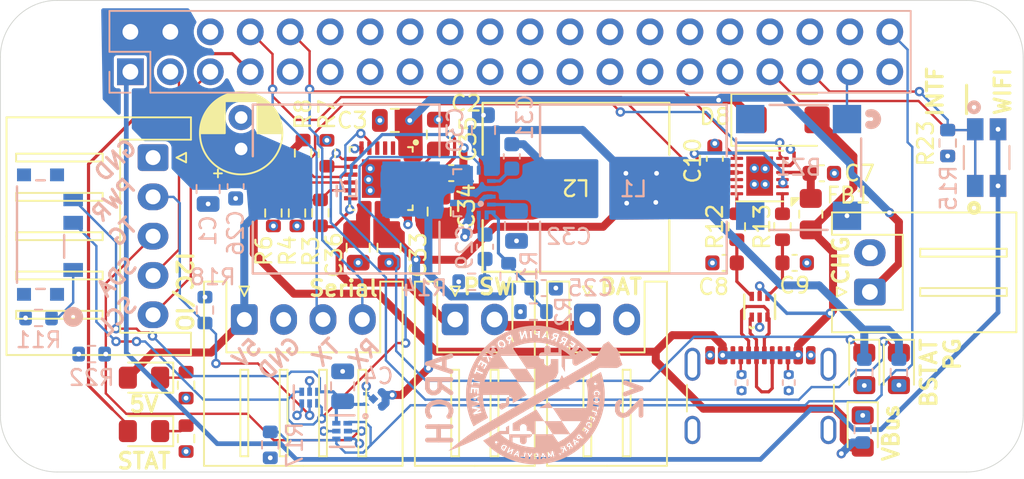
<source format=kicad_pcb>
(kicad_pcb (version 20241229) (generator "pcbnew") (generator_version "9.0")
  (layers (0 "F.Cu" signal) (4 "In1.Cu" signal) (6 "In2.Cu" signal) (2 "B.Cu" signal) (13 "F.Paste" user) (15 "B.Paste" user) (5 "F.SilkS" user "F.Silkscreen") (7 "B.SilkS" user "B.Silkscreen") (1 "F.Mask" user) (3 "B.Mask" user) (25 "Edge.Cuts" user))
  (net 0 "")
  (net 1 "Net-(BAT_PG1-A)")
  (net 2 "GND")
  (net 3 "BAT_PG1")
  (net 4 "+5V")
  (net 5 "Net-(BSTAT1-A)")
  (net 6 "Net-(BZ1-+)")
  (net 7 "Net-(U8-PMID)")
  (net 8 "VBUS")
  (net 9 "Net-(U4-VCC)")
  (net 10 "D+")
  (net 11 "D-")
  (net 12 "Net-(U4-3V3OUT)")
  (net 13 "VBAT")
  (net 14 "Net-(D8-K)")
  (net 15 "SDA1")
  (net 16 "Net-(SW1-A)")
  (net 17 "Net-(PS1-FB)")
  (net 18 "SCL1")
  (net 19 "Net-(C29-Pad2)")
  (net 20 "Net-(PS1-COMP)")
  (net 21 "VSYS")
  (net 22 "Net-(PS1-SW)")
  (net 23 "Net-(PS1-BST)")
  (net 24 "Net-(PS1-VCC)")
  (net 30 "BTST")
  (net 32 "Net-(U8-SW)")
  (net 37 "REGN")
  (net 41 "RXD")
  (net 43 "TXD")
  (net 46 "Net-(J2-3.3V-Pad1)")
  (net 50 "Net-(J2-GPIO19)")
  (net 51 "Net-(J2-GPIO13)")
  (net 52 "Net-(PS1-VOUT)")
  (net 53 "Net-(J10-CC2)")
  (net 54 "Net-(J10-CC1)")
  (net 55 "Net-(U8-TS)")
  (net 58 "Net-(U8-ICHG)")
  (net 59 "Net-(U8-ILIM)")
  (net 62 "Net-(U4-USBDP)")
  (net 63 "Net-(U4-USBDM)")
  (net 65 "PWR_EN")
  (net 66 "BSTAT1")
  (net 69 "Net-(VBus1-K)")
  (net 70 "PWR")
  (net 71 "IN_TG")
  (net 72 "EN")
  (net 73 "TG")
  (net 74 "Net-(STAT1-K)")
  (net 75 "STAT1")
  (net 76 "Net-(5V0-K)")
  (net 77 "Net-(J4-Pin_2)")
  (net 79 "Net-(J10-D+-PadA6)")
  (net 80 "Net-(J10-D--PadA7)")
  (net 81 "Net-(SW1-C)")
  (footprint "Capacitor_SMD:C_0603_1608Metric" (layer "F.Cu") (at 173.575 59.9 180)
    (property "Reference" "C9")
    (property "Value" "47pF" (hide yes))
  )
  (footprint "Resistor_SMD:R_0603_1608Metric" (layer "F.Cu") (at 172.8 57.6 -90)
    (property "Reference" "R13")
    (property "Value" "27" (hide yes))
  )
  (footprint "Connector_JST:JST_XH_S2B-XH-A_1x02_P2.50mm_Horizontal" (layer "F.Cu") (at 160.4 63.5)
    (property "Reference" "J7" (hide yes))
    (property "Value" "Conn_01x02" (hide yes))
  )
  (footprint "MountingHole:MountingHole_3.2mm_M3" (layer "F.Cu") (at 126.7 69.6)
    (property "Reference" "H2" (hide yes))
    (property "Value" "MountingHole" (hide yes))
  )
  (footprint "Resistor_SMD:R_0603_1608Metric" (layer "F.Cu") (at 143.85 52.925 -90)
    (property "Reference" "R7")
    (property "Value" "160" (hide yes))
  )
  (footprint "Avionics:BQ25606RGER" (layer "F.Cu") (at 147.3 54.535 -90)
    (property "Reference" "U8" (hide yes))
    (property "Value" "BQ25606RGER" (hide yes))
  )
  (footprint "Capacitor_SMD:C_0805_2012Metric" (layer "F.Cu") (at 147.8 58.935 90)
    (property "Reference" "C33")
    (property "Value" "10uF" (hide yes))
  )
  (footprint "MountingHole:MountingHole_3.2mm_M3" (layer "F.Cu") (at 184.5 69.6)
    (property "Reference" "H3" (hide yes))
    (property "Value" "MountingHole" (hide yes))
  )
  (footprint "Connector_USB:USB_C_Receptacle_GCT_USB4105-xx-A_16P_TopMnt_Horizontal" (layer "F.Cu") (at 171.4 69.455)
    (property "Reference" "J10" (hide yes))
    (property "Value" "USB_C_Receptacle_USB2.0_16P" (hide yes))
  )
  (footprint "Resistor_SMD:R_0603_1608Metric" (layer "F.Cu") (at 142.335 52.91 -90)
    (property "Reference" "R8")
    (property "Value" "2k" (hide yes))
  )
  (footprint "Capacitor_SMD:C_0805_2012Metric" (layer "F.Cu") (at 148.165 50.835 180)
    (property "Reference" "C3")
    (property "Value" "1uF" (hide yes))
  )
  (footprint "Avionics:SW_EVQ-P7J01P" (layer "F.Cu") (at 185.775 53.2 90)
    (property "Reference" "INTF")
    (property "Value" "SW_Push" (hide yes))
  )
  (footprint "Resistor_SMD:R_0603_1608Metric" (layer "F.Cu") (at 183.3 52.275 -90)
    (property "Reference" "R23")
    (property "Value" "2k" (hide yes))
  )
  (footprint "LED_SMD:LED_0805_2012Metric_Pad1.15x1.40mm_HandSolder" (layer "F.Cu") (at 132.225 70.6 180)
    (property "Reference" "STAT")
    (property "Value" "LED" (hide yes))
  )
  (footprint "Connector_JST:JST_XH_S2B-XH-A_1x02_P2.50mm_Horizontal" (layer "F.Cu") (at 152 63.5)
    (property "Reference" "J4" (hide yes))
    (property "Value" "Conn_01x02" (hide yes))
  )
  (footprint "Avionics:FT234XD" (layer "F.Cu") (at 171.35 54.375 180)
    (property "Reference" "U4" (hide yes))
    (property "Value" "FT234XD" (hide yes))
  )
  (footprint "Capacitor_SMD:C_0603_1608Metric" (layer "F.Cu") (at 168.5 53.275 -90)
    (property "Reference" "C10")
    (property "Value" "100nF" (hide yes))
  )
  (footprint "Capacitor_SMD:C_0603_1608Metric" (layer "F.Cu") (at 169.125 59.9)
    (property "Reference" "C8")
    (property "Value" "47pF" (hide yes))
  )
  (footprint "LED_SMD:LED_0805_2012Metric_Pad1.15x1.40mm_HandSolder" (layer "F.Cu") (at 132.225 67.2 180)
    (property "Reference" "5V")
    (property "Value" "LED" (hide yes))
  )
  (footprint "Avionics:Schottky_3A_DO-214AC_SMA" (layer "F.Cu") (at 171 50.8)
    (property "Reference" "D8")
    (property "Value" "D_Schottky" (hide yes))
  )
  (footprint "Connector_JST:JST_XH_S2B-XH-A_1x02_P2.50mm_Horizontal" (layer "F.Cu") (at 178.355 61.75 90)
    (property "Reference" "J3" (hide yes))
    (property "Value" "Conn_01x02" (hide yes))
  )
  (footprint "Capacitor_SMD:C_0603_1608Metric" (layer "F.Cu") (at 151.75 54.185)
    (property "Reference" "C35")
    (property "Value" "4.7uF" (hide yes))
  )
  (footprint "Connector_JST:JST_XH_S5B-XH-A_1x05_P2.50mm_Horizontal" (layer "F.Cu") (at 132.8 53.2 -90)
    (property "Reference" "J1" (hide yes))
    (property "Value" "Conn_01x05_Pin" (hide yes))
  )
  (footprint "Resistor_SMD:R_0603_1608Metric" (layer "F.Cu") (at 169.9 57.6 -90)
    (property "Reference" "R12")
    (property "Value" "27" (hide yes))
  )
  (footprint "Avionics:USBLC6-2P6" (layer "F.Cu") (at 171.350001 62.6896 90)
    (property "Reference" "U5" (hide yes))
    (property "Value" "USBLC6-2P6" (hide yes))
  )
  (footprint "Resistor_SMD:R_0603_1608Metric" (layer "F.Cu") (at 134.9 71.075 -90)
    (property "Reference" "R21" (hide yes))
    (property "Value" "2k" (hide yes))
  )
  (footprint "Capacitor_SMD:C_0603_1608Metric" (layer "F.Cu") (at 175.3 54.2 180)
    (property "Reference" "C7")
    (property "Value" "4.7uF" (hide yes))
  )
  (footprint "Capacitor_SMD:C_0805_2012Metric" (layer "F.Cu") (at 145.835 58.935 90)
    (property "Reference" "C36")
    (property "Value" "10uF" (hide yes))
  )
  (footprint "MountingHole:MountingHole_3.2mm_M3" (layer "F.Cu") (at 126.7 46.7)
    (property "Reference" "H1" (hide yes))
    (property "Value" "MountingHole" (hide yes))
  )
  (footprint "Avionics:IND_AMRM00101040_PUL" (layer "F.Cu") (at 159.6775 55.1 180)
    (property "Reference" "L2")
    (property "Value" "1uH")
  )
  (footprint "Capacitor_SMD:C_0805_2012Metric" (layer "F.Cu") (at 150.935 51.735 -90)
    (property "Reference" "C2")
    (property "Value" "10uF" (hide yes))
  )
  (footprint "Resistor_SMD:R_0603_1608Metric" (layer "F.Cu") (at 143.435 56.715 90)
    (property "Reference" "R3")
    (property "Value" "100k" (hide yes))
  )
  (footprint "Resistor_SMD:R_0603_1608Metric" (layer "F.Cu") (at 134.9 67.675 -90)
    (property "Reference" "R16" (hide yes))
    (property "Value" "2k" (hide yes))
  )
  (footprint "MountingHole:MountingHole_3.2mm_M3" (layer "F.Cu") (at 184.5 46.7)
    (property "Reference" "H4" (hide yes))
    (property "Value" "MountingHole" (hide yes))
  )
  (footprint "Connector_JST:JST_XH_S4B-XH-A_1x04_P2.50mm_Horizontal" (layer "F.Cu") (at 138.6 63.5)
    (property "Reference" "J6" (hide yes))
    (property "Value" "Conn_01x04_Pin" (hide yes))
  )
  (footprint "LED_SMD:LED_0805_2012Metric_Pad1.15x1.40mm_HandSolder" (layer "F.Cu") (at 180.2 66.65 -90)
    (property "Reference" "PG")
    (property "Value" "LED" (hide yes))
  )
  (footprint "Resistor_SMD:R_0603_1608Metric" (layer "F.Cu") (at 141.95 56.725 -90)
    (property "Reference" "R4")
    (property "Value" "100k" (hide yes))
  )
  (footprint "LED_SMD:LED_0805_2012Metric_Pad1.15x1.40mm_HandSolder" (layer "F.Cu") (at 177.9 70.625 -90)
    (property "Reference" "VBus")
    (property "Value" "LED" (hide yes))
  )
  (footprint "Resistor_SMD:R_0603_1608Metric" (layer "F.Cu") (at 140.45 56.725 90)
    (property "Reference" "R6")
    (property "Value" "240" (hide yes))
  )
  (footprint "LED_SMD:LED_0805_2012Metric_Pad1.15x1.40mm_HandSolder" (layer "F.Cu") (at 178 66.65 -90)
    (property "Reference" "BSTAT")
    (property "Value" "LED" (hide yes))
  )
  (footprint "Capacitor_SMD:C_0805_2012Metric" (layer "F.Cu") (at 150.985 56.635 -90)
    (property "Reference" "C34")
    (property "Value" "47nF" (hide yes))
  )
  (footprint "Resistor_SMD:R_0805_2012Metric_Pad1.20x1.40mm_HandSolder" (layer "F.Cu") (at 174.6 56.8 -90)
    (property "Reference" "FB1")
    (property "Value" "FerriteBead" (hide yes))
  )
  (footprint "Capacitor_THT:CP_Radial_D5.0mm_P2.00mm" (layer "F.Cu") (at 138.4 52.65 90)
    (property "Reference" "C20" (hide yes))
    (property "Value" "220uF" (hide yes))
  )
  (footprint "Avionics:SN74AUP1G80DRYR" (layer "B.Cu") (at 144.819999 70.600001 180)
    (property "Reference" "U2" (hide yes))
    (property "Value" "74AUP1G80" (hide yes))
  )
  (footprint "Capacitor_SMD:C_0603_1608Metric" (layer "B.Cu") (at 138.05 55.025 -90)
    (property "Reference" "C26")
    (property "Value" "100nF" (hide yes))
  )
  (footprint "Resistor_SMD:R_0402_1005Metric" (layer "B.Cu") (at 170.2 67.515 90)
    (property "Reference" "R9" (hide yes))
    (property "Value" "5.1k" (hide yes))
  )
  (footprint "Avionics:SW_EVQ-P7J01P" (layer "B.Cu") (at 185.775 53.2 -90)
    (property "Reference" "WIFI")
    (property "Value" "SW_Push" (hide yes))
  )
  (footprint "Avionics:SN74AUP1G80DRYR" (layer "B.Cu") (at 142.749999 68.469999 90)
    (property "Reference" "U1" (hide yes))
    (property "Value" "74AUP1G80" (hide yes))
  )
  (footprint "Avionics:TLV77033PDQNR" (layer "B.Cu") (at 146.800001 68.550401)
    (property "Reference" "U3" (hide yes))
    (property "Value" "TLV77033PDQNR" (hide yes))
  )
  (footprint "Capacitor_SMD:C_0805_2012Metric" (layer "B.Cu") (at 155.9 57.55 -90)
    (property "Reference" "C32")
    (property "Value" "2.2uF" (hide yes))
  )
  (footprint "Resistor_SMD:R_0603_1608Metric" (layer "B.Cu") (at 140.25 71.475 -90)
    (property "Reference" "R17")
    (property "Value" "2k" (hide yes))
  )
  (footprint "Resistor_SMD:R_0603_1608Metric" (layer "B.Cu") (at 125.525 63.4 180)
    (property "Reference" "R11")
    (property "Value" "2k" (hide yes))
  )
  (footprint "Avionics:CONV_TPS61288LRQQR" (layer "B.Cu") (at 153.125 55.4375 90)
    (property "Reference" "PS1" (hide yes))
    (property "Value" "TPS61288LRQQR" (hide yes))
  )
  (footprint "Connector_PinSocket_2.54mm:PinSocket_2x20_P2.54mm_Vertical" (layer "B.Cu") (at 131.36 47.74 -90)
    (property "Reference" "J2" (hide yes))
    (property "Value" "~")
  )
  (footprint "Avionics:LP_Buzzer_CMT-7525-80" (layer "B.Cu") (at 173.825 53.825 180)
    (property "Reference" "BZ1")
    (property "Value" "Buzzer")
  )
  (footprint "Resistor_SMD:R_0603_1608Metric" (layer "B.Cu") (at 183.3 52.275 -90)
    (property "Reference" "R15")
    (property "Value" "2k" (hide yes))
  )
  (footprint "Avionics:IND_AMRM00101040_PUL" (layer "B.Cu") (at 145.0725 55.2 180)
    (property "Reference" "L4")
    (property "Value" "2.2uH")
  )
  (footprint "Resistor_SMD:R_0402_1005Metric" (layer "B.Cu") (at 173.2 67.515 90)
    (property "Reference" "R10" (hide yes))
    (property "Value" "5.1k" (hide yes))
  )
  (footprint "Avionics:SLW-66527511-SMT-TR_CUD" (layer "B.Cu") (at 125.653399 58.1 90)
    (property "Reference" "SW1" (hide yes))
    (property "Value" "SW_SPDT")
  )
  (footprint "Resistor_SMD:R_0603_1608Metric" (layer "B.Cu") (at 153.05 61.1 180)
    (property "Reference" "R14")
    (property "Value" "28.7k" (hide yes))
  )
  (footprint "Avionics:LOGO" (layer "B.Cu") (at 156.605512 68.300339 -90)
    (property "Reference" "G***" (hide yes))
    (property "Value" "LOGO" (hide yes))
  )
  (footprint "Capacitor_SMD:C_0603_1608Metric" (layer "B.Cu") (at 157.625 61.5)
    (property "Reference" "C25")
    (property "Value" "27pF" (hide yes))
  )
  (footprint "Resistor_SMD:R_0603_1608Metric" (layer "B.Cu") (at 178 66.875 90)
    (property "Reference" "R20" (hide yes))
    (property "Value" "2k" (hide yes))
  )
  (footprint "Resistor_SMD:R_0603_1608Metric" (layer "B.Cu") (at 128.9 65.7 180)
    (property "Reference" "R22")
    (property "Value" "2k" (hide yes))
  )
  (footprint "Resistor_SMD:R_0603_1608Metric" (layer "B.Cu") (at 136.1 62.9 90)
    (property "Reference" "R18")
    (property "Value" "2k" (hide yes))
  )
  (footprint "Capacitor_SMD:C_0805_2012Metric" (layer "B.Cu") (at 144.85 67.75 90)
    (property "Reference" "C4")
    (property "Value" "1uF" (hide yes))
  )
  (footprint "Resistor_SMD:R_0603_1608Metric" (layer "B.Cu") (at 155.4 60.75 90)
    (property "Reference" "R1")
    (property "Value" "110k" (hide yes))
  )
  (footprint "Capacitor_SMD:C_0603_1608Metric" (layer "B.Cu") (at 153.9 58.875 -90)
    (property "Reference" "C29")
    (property "Value" "620pF" (hide yes))
  )
  (footprint "Avionics:IND_AMRM00101040_PUL" (layer "B.Cu") (at 163.3275 55.2 180)
    (property "Reference" "L1")
    (property "Value" "2.2uH")
  )
  (footprint "Resistor_SMD:R_0603_1608Metric" (layer "B.Cu") (at 177.9 70.5 -90)
    (property "Reference" "R5" (hide yes))
    (property "Value" "2k" (hide yes))
  )
  (footprint "Capacitor_SMD:C_0805_2012Metric" (layer "B.Cu") (at 136.3 55.2 -90)
    (property "Reference" "C1")
    (property "Value" "22uF" (hide yes))
  )
  (footprint "Resistor_SMD:R_0603_1608Metric" (layer "B.Cu") (at 180.2 66.875 90)
    (property "Reference" "R19" (hide yes))
    (property "Value" "2k" (hide yes))
  )
  (footprint "Resistor_SMD:R_0603_1608Metric" (layer "B.Cu") (at 156.975 63 180)
    (property "Reference" "R2")
    (property "Value" "15k" (hide yes))
  )
  (footprint "Capacitor_SMD:C_0603_1608Metric" (layer "B.Cu") (at 155.6 53.125 -90)
    (property "Reference" "C31")
    (property "Value" "100nF" (hide yes))
  )
  (footprint "Capacitor_SMD:C_0805_2012Metric" (layer "B.Cu") (at 153.8 51.45 90)
    (property "Reference" "C30")
    (property "Value" "10uF" (hide yes))
  )
  (gr_line (start 184.5 50.4) (end 184.5 48.6) (stroke (width 0.2)) (layer "F.SilkS"))
  (gr_arc (start 184.5 43.2) (mid 187.045584 44.254416) (end 188.1 46.8) (stroke (width 0.05)) (layer "Edge.Cuts"))
  (gr_line (start 123.1 69.6) (end 123.1 46.8) (stroke (width 0.05)) (layer "Edge.Cuts"))
  (gr_arc (start 188.1 69.6) (mid 187.045584 72.145584) (end 184.5 73.2) (stroke (width 0.05)) (layer "Edge.Cuts"))
  (gr_line (start 126.7 43.2) (end 184.5 43.2) (stroke (width 0.05)) (layer "Edge.Cuts"))
  (gr_arc (start 126.7 73.2) (mid 124.154416 72.145584) (end 123.1 69.6) (stroke (width 0.05)) (layer "Edge.Cuts"))
  (gr_line (start 184.5 73.2) (end 126.7 73.2) (stroke (width 0.05)) (layer "Edge.Cuts"))
  (gr_arc (start 123.1 46.8) (mid 124.154416 44.254416) (end 126.7 43.2) (stroke (width 0.05)) (layer "Edge.Cuts"))
  (gr_line (start 188.1 46.8) (end 188.1 69.6) (stroke (width 0.05)) (layer "Edge.Cuts"))
  (gr_text "PSW" (at 152.4 62 0) (layer "F.SilkS") (effects (font (size 1 1) (thickness 0.2) (bold yes)) (justify left bottom)))
  (gr_text "Serial" (at 142.6 62.1 0) (layer "F.SilkS") (effects (font (size 1 1) (thickness 0.2) (bold yes)) (justify left bottom)))
  (gr_text "CHG" (at 177.1 61.4 90) (layer "F.SilkS") (effects (font (size 1 1) (thickness 0.2) (bold yes)) (justify left bottom)))
  (gr_text "I2C/IO" (at 134.2 59.1 270) (layer "F.SilkS") (effects (font (size 1 1) (thickness 0.2) (bold yes)) (justify left bottom)))
  (gr_text "BAT" (at 161.1 62 0) (layer "F.SilkS") (effects (font (size 1 1) (thickness 0.2) (bold yes)) (justify left bottom)))
  (gr_text "GND" (at 142 64.8 45) (layer "B.SilkS") (effects (font (size 1 1) (thickness 0.2) (bold yes)) (justify left mirror)))
  (gr_text "RX" (at 147 64.9 45) (layer "B.SilkS") (effects (font (size 1 1) (thickness 0.2) (bold yes)) (justify left mirror)))
  (gr_text "PWR" (at 131.5 54.7 45) (layer "B.SilkS") (effects (font (size 1 1) (thickness 0.2) (bold yes)) (justify left mirror)))
  (gr_text "SDA" (at 131.6 59.7 45) (layer "B.SilkS") (effects (font (size 1 1) (thickness 0.2) (bold yes)) (justify left mirror)))
  (gr_text "TG" (at 131.6 57.2 45) (layer "B.SilkS") (effects (font (size 1 1) (thickness 0.2) (bold yes)) (justify left mirror)))
  (gr_text "5V" (at 139.5 64.9 45) (layer "B.SilkS") (effects (font (size 1 1) (thickness 0.2) (bold yes)) (justify left mirror)))
  (gr_text "GND" (at 131.6 52.2 45) (layer "B.SilkS") (effects (font (size 1 1) (thickness 0.2) (bold yes)) (justify left mirror)))
  (gr_text "ARCH\n\n\n\n\nv2" (at 157.094488 68.599661 90) (layer "B.SilkS") (effects (font (size 1.5 1.5) (thickness 0.3) (bold yes)) (justify mirror)))
  (gr_text "SCL\n" (at 131.6 62.2 45) (layer "B.SilkS") (effects (font (size 1 1) (thickness 0.2) (bold yes)) (justify left mirror)))
  (gr_text "TX" (at 144.5 64.9 45) (layer "B.SilkS") (effects (font (size 1 1) (thickness 0.2) (bold yes)) (justify left mirror)))
  (via (at 180.2 67.675) (size 0.6) (drill 0.3) (layers "F.Cu" "B.Cu") (net 1))
  (segment (start 148.55 56.47) (end 148.14 56.47) (width 0.508) (layer "F.Cu") (net 2))
  (segment (start 172.825 53.7) (end 173.286918 53.7) (width 0.22) (layer "F.Cu") (net 2))
  (segment (start 149 57.002602) (end 149 57.452602) (width 0.508) (layer "F.Cu") (net 2))
  (segment (start 173.536 53.450918) (end 173.536 52.893184) (width 0.22) (layer "F.Cu") (net 2))
  (segment (start 146.05 52.6) (end 145.651896 52.6) (width 0.3) (layer "F.Cu") (net 2))
  (segment (start 173.286918 53.7) (end 173.536 53.450918) (width 0.22) (layer "F.Cu") (net 2))
  (segment (start 152.525 52.63) (end 152.561 52.594) (width 0.508) (layer "F.Cu") (net 2))
  (segment (start 152.525 54.185) (end 152.525 52.63) (width 0.508) (layer "F.Cu") (net 2))
  (segment (start 173.536 52.893184) (end 173.309001 52.666185) (width 0.22) (layer "F.Cu") (net 2))
  (segment (start 145.651896 52.6) (end 145.620409 52.631487) (width 0.3) (layer "F.Cu") (net 2))
  (segment (start 148.55 56.47) (end 148.55 56.552602) (width 0.508) (layer "F.Cu") (net 2))
  (segment (start 171.350001 63.35) (end 171.35 63.988777) (width 0.22) (layer "F.Cu") (net 2))
  (segment (start 148.55 56.552602) (end 149 57.002602) (width 0.508) (layer "F.Cu") (net 2))
  (via (at 173.309001 52.666185) (size 0.6) (drill 0.3) (layers "F.Cu" "B.Cu") (net 2))
  (via (at 176.541333 72.032651) (size 0.6) (drill 0.3) (layers "F.Cu" "B.Cu") (net 2))
  (via (at 134.9 71.9) (size 0.6) (drill 0.3) (layers "F.Cu" "B.Cu") (net 2))
  (via (at 146.5 54.6) (size 0.6) (drill 0.3) (layers "F.Cu" "B.Cu") (net 2))
  (via (at 171.7 54.9) (size 0.6) (drill 0.3) (layers "F.Cu" "B.Cu") (net 2))
  (via (at 147.215 50.835) (size 0.6) (drill 0.3) (layers "F.Cu" "B.Cu") (net 2))
  (via (at 153.8 50.5) (size 0.6) (drill 0.3) (layers "F.Cu" "B.Cu") (net 2))
  (via (at 141.949997 69.6) (size 0.6) (drill 0.3) (layers "F.Cu" "B.Cu") (net 2))
  (via (at 152.225 61.1) (size 0.6) (drill 0.3) (layers "F.Cu" "B.Cu") (net 2))
  (via (at 143.85 52.1) (size 0.6) (drill 0.3) (layers "F.Cu" "B.Cu") (net 2))
  (via (at 140.25 72.3) (size 0.6) (drill 0.3) (layers "F.Cu" "B.Cu") (net 2))
  (via (at 168.2 65.775) (size 0.6) (drill 0.3) (layers "F.Cu" "B.Cu") (net 2))
  (via (at 170.2 68.025) (size 0.6) (drill 0.3) (layers "F.Cu" "B.Cu") (net 2))
  (via (at 136.1 62.075) (size 0.6) (drill 0.3) (layers "F.Cu" "B.Cu") (net 2))
  (via (at 168.5 52.3) (size 0.6) (drill 0.3) (layers "F.Cu" "B.Cu") (net 2))
  (via (at 168.35 59.9) (size 0.6) (drill 0.3) (layers "F.Cu" "B.Cu") (net 2))
  (via (at 124.7 63.4) (size 0.6) (drill 0.3) (layers "F.Cu" "B.Cu") (net 2))
  (via (at 146.35 67.746) (size 0.6) (drill 0.3) (layers "F.Cu" "B.Cu") (net 2))
  (via (at 173.2 68.025) (size 0.6) (drill 0.3) (layers "F.Cu" "B.Cu") (net 2))
  (via (at 155.9 58.5) (size 0.6) (drill 0.3) (layers "F.Cu" "B.Cu") (net 2))
  (via (at 141.95 57.55) (size 0.6) (drill 0.3) (layers "F.Cu" "B.Cu") (net 2))
  (via (at 174.35 59.9) (size 0.6) (drill 0.3) (layers "F.Cu" "B.Cu") (net 2))
  (via (at 152.7 57.55) (size 0.6) (drill 0.3) (layers "F.Cu" "B.Cu") (net 2))
  (via (at 156.15 63) (size 0.6) (drill 0.3) (layers "F.Cu" "B.Cu") (net 2))
  (via (at 143.65 70.6) (size 0.6) (drill 0.3) (layers "F.Cu" "B.Cu") (net 2))
  (via (at 134.9 68.5) (size 0.6) (drill 0.3) (layers "F.Cu" "B.Cu") (net 2))
  (via (at 145.91848 71.389117) (size 0.6) (drill 0.3) (layers "F.Cu" "B.Cu") (net 2))
  (via (at 176.1 54.2) (size 0.6) (drill 0.3) (layers "F.Cu" "B.Cu") (net 2))
  (via (at 176.9 56.9) (size 0.6) (drill 0.3) (layers "F.Cu" "B.Cu") (net 2))
  (via (at 136.3 56.15) (size 0.6) (drill 0.3) (layers "F.Cu" "B.Cu") (net 2))
  (via (at 174.6 65.775) (size 0.6) (drill 0.3) (layers "F.Cu" "B.Cu") (net 2))
  (via (at 144.85 66.8) (size 0.6) (drill 0.3) (layers "F.Cu" "B.Cu") (net 2))
  (via (at 150.935 50.785) (size 0.6) (drill 0.3) (layers "F.Cu" "B.Cu") (net 2))
  (via (at 145.835 59.885) (size 0.6) (drill 0.3) (layers "F.Cu" "B.Cu") (net 2))
  (via (at 142.75 67.4) (size 0.6) (drill 0.3) (layers "F.Cu" "B.Cu") (net 2))
  (via (at 128.075 65.7) (size 0.6) (drill 0.3) (layers "F.Cu" "B.Cu") (net 2))
  (via (at 149 57.452602) (size 0.6) (drill 0.3) (layers "F.Cu" "B.Cu") (net 2))
  (via (at 183.3 53.1) (size 0.6) (drill 0.3) (layers "F.Cu" "B.Cu") (net 2))
  (via (at 147.8 59.885) (size 0.6) (drill 0.3) (layers "F.Cu" "B.Cu") (net 2))
  (via (at 158.4 61.5) (size 0.6) (drill 0.3) (layers "F.Cu" "B.Cu") (net 2))
  (via (at 171.35 63.988777) (size 0.6) (drill 0.3) (layers "F.Cu" "B.Cu") (net 2))
  (via (at 138.05 55.8) (size 0.6) (drill 0.3) (layers "F.Cu" "B.Cu") (net 2))
  (via (at 152.622698 58.245721) (size 0.6) (drill 0.3) (layers "F.Cu" "B.Cu") (net 2))
  (via (at 171.015216 54.9) (size 0.6) (drill 0.3) (layers "F.Cu" "B.Cu") (net 2))
  (via (at 171.7 53.9) (size 0.6) (drill 0.3) (layers "F.Cu" "B.Cu") (net 2))
  (via (at 152.561 52.594) (size 0.6) (drill 0.3) (layers "F.Cu" "B.Cu") (net 2))
  (via (at 140.45 57.55) (size 0.6) (drill 0.3) (layers "F.Cu" "B.Cu") (net 2))
  (via (at 146.6 55.3) (size 0.6) (drill 0.3) (layers "F.Cu" "B.Cu") (net 2))
  (via (at 171.015216 53.884784) (size 0.6) (drill 0.3) (layers "F.Cu" "B.Cu") (net 2))
  (via (at 145.620409 52.631487) (size 0.6) (drill 0.3) (layers "F.Cu" "B.Cu") (net 2))
  (via (at 146.6 53.9) (size 0.6) (drill 0.3) (layers "F.Cu" "B.Cu") (net 2))
  (segment (start 153.5135 56.2365) (end 153.240074 56.2365) (width 0.3) (layer "B.Cu") (net 2))
  (segment (start 154.0625 55.6875) (end 154.0385 55.7115) (width 0.3) (layer "B.Cu") (net 2))
  (segment (start 154.0385 55.7115) (end 153.890074 55.7115) (width 0.3) (layer "B.Cu") (net 2))
  (segment (start 145.189998 71.1) (end 145.629363 71.1) (width 0.1524) (layer "B.Cu") (net 2))
  (segment (start 177.248984 71.325) (end 176.541333 72.032651) (width 0.508) (layer "B.Cu") (net 2))
  (segment (start 146.350002 67.746002) (end 146.35 67.746) (width 0.1524) (layer "B.Cu") (net 2))
  (segment (start 145.629363 71.1) (end 145.91848 71.389117) (width 0.1524) (layer "B.Cu") (net 2))
  (segment (start 153.240074 56.2365) (end 152.925 56.551574) (width 0.3) (layer "B.Cu") (net 2))
  (segment (start 152.7 57.55) (end 152.92 56.8625) (width 0.508) (layer "B.Cu") (net 2))
  (segment (start 152.7 58.168419) (end 152.622698 58.245721) (width 0.508) (layer "B.Cu") (net 2))
  (segment (start 142.25 69.299997) (end 141.949997 69.6) (width 0.1524) (layer "B.Cu") (net 2))
  (segment (start 144.45 70.600001) (end 143.65 70.6) (width 0.1524) (layer "B.Cu") (net 2))
  (segment (start 142.749999 68.1) (end 142.75 67.4) (width 0.1524) (layer "B.Cu") (net 2))
  (segment (start 152.7 57.55) (end 152.7 58.168419) (width 0.508) (layer "B.Cu") (net 2))
  (segment (start 153.674 56.076) (end 153.5135 56.2365) (width 0.3) (layer "B.Cu") (net 2))
  (segment (start 177.9 71.325) (end 177.248984 71.325) (width 0.508) (layer "B.Cu") (net 2))
  (segment (start 153.674 55.927574) (end 153.674 56.076) (width 0.3) (layer "B.Cu") (net 2))
  (segment (start 154.3 55.6875) (end 154.0625 55.6875) (width 0.3) (layer "B.Cu") (net 2))
  (segment (start 146.700403 68.550401) (end 146.350002 68.2) (width 0.1524) (layer "B.Cu") (net 2))
  (segment (start 146.350002 68.2) (end 146.350002 67.746002) (width 0.1524) (layer "B.Cu") (net 2))
  (segment (start 142.25 68.839998) (end 142.25 69.299997) (width 0.1524) (layer "B.Cu") (net 2))
  (segment (start 153.890074 55.7115) (end 153.674 55.927574) (width 0.3) (layer "B.Cu") (net 2))
  (segment (start 179.2 64.9) (end 179.475 64.9) (width 0.1524) (layer "F.Cu") (net 3))
  (segment (start 144.806709 53.285) (end 144.44671 52.925001) (width 0.1524) (layer "F.Cu") (net 3))
  (segment (start 145.365 53.285) (end 144.806709 53.285) (width 0.1524) (layer "F.Cu") (net 3))
  (segment (start 179.475 64.9) (end 180.2 65.625) (width 0.1524) (layer "F.Cu") (net 3))
  (via (at 179.2 64.9) (size 0.6) (drill 0.3) (layers "F.Cu" "B.Cu") (net 3))
  (via (at 144.44671 52.925001) (size 0.6) (drill 0.3) (layers "F.Cu" "B.Cu") (net 3))
  (segment (start 150.1022 68.6022) (end 173.8478 68.6022) (width 0.1524) (layer "B.Cu") (net 3))
  (segment (start 177.4728 66.7272) (end 178.478204 66.7272) (width 0.1524) (layer "B.Cu") (net 3))
  (segment (start 144.44671 52.925001) (end 144.1 53.271711) (width 0.1524) (layer "B.Cu") (net 3))
  (segment (start 178.478204 66.7272) (end 179.2 66.005404) (width 0.1524) (layer "B.Cu") (net 3))
  (segment (start 147.6 60.833715) (end 147.6 66.1) (width 0.1524) (layer "B.Cu") (net 3))
  (segment (start 144.1 57.333715) (end 147.6 60.833715) (width 0.1524) (layer "B.Cu") (net 3))
  (segment (start 174.65 67.8) (end 176.4 67.8) (width 0.1524) (layer "B.Cu") (net 3))
  (segment (start 147.6 66.1) (end 150.1022 68.6022) (width 0.1524) (layer "B.Cu") (net 3))
  (segment (start 176.4 67.8) (end 177.4728 66.7272) (width 0.1524) (layer "B.Cu") (net 3))
  (segment (start 144.1 53.271711) (end 144.1 57.333715) (width 0.1524) (layer "B.Cu") (net 3))
  (segment (start 179.2 66.005404) (end 179.2 64.9) (width 0.1524) (layer "B.Cu") (net 3))
  (segment (start 173.8478 68.6022) (end 174.65 67.8) (width 0.1524) (layer "B.Cu") (net 3))
  (segment (start 136.5 65.6) (end 132.8 65.6) (width 0.508) (layer "F.Cu") (net 4))
  (segment (start 138.6 63.5) (end 136.5 65.6) (width 0.508) (layer "F.Cu") (net 4))
  (segment (start 132.8 65.6) (end 131.2 67.2) (width 0.508) (layer "F.Cu") (net 4))
  (segment (start 138.6 57.545) (end 140.945 55.2) (width 0.508) (layer "B.Cu") (net 4))
  (segment (start 138.6 63.5) (end 138.6 57.545) (width 0.508) (layer "B.Cu") (net 4))
  (via (at 178 67.7) (size 0.6) (drill 0.3) (layers "F.Cu" "B.Cu") (net 5))
  (segment (start 176.9 50.75) (end 176.9 47.92) (width 0.1524) (layer "B.Cu") (net 6))
  (segment (start 149.835 53.785) (end 149.235 53.785) (width 0.1524) (layer "F.Cu") (net 7))
  (segment (start 150.935 52.685) (end 149.835 53.785) (width 0.1524) (layer "F.Cu") (net 7))
  (segment (start 171.350001 62.0292) (end 171.35 61.375) (width 0.22) (layer "F.Cu") (net 8))
  (segment (start 174.6 57.8) (end 177.305 55.095) (width 0.508) (layer "F.Cu") (net 8))
  (segment (start 139.2 55.22) (end 142.335 52.085) (width 0.508) (layer "F.Cu") (net 8))
  (segment (start 164.75 66.15) (end 164.75 65.55) (width 0.508) (layer "F.Cu") (net 8))
  (segment (start 176.015574 59.215574) (end 174.6 57.8) (width 0.508) (layer "F.Cu") (net 8))
  (segment (start 176.115574 69.175) (end 167.775 69.175) (width 0.508) (layer "F.Cu") (net 8))
  (segment (start 165.8 64.5) (end 164.75 65.55) (width 0.508) (layer "F.Cu") (net 8))
  (segment (start 139.2 59.3) (end 139.2 55.22) (width 0.508) (layer "F.Cu") (net 8))
  (segment (start 168.359756 64.5) (end 165.8 64.5) (width 0.508) (layer "F.Cu") (net 8))
  (segment (start 169 65.140244) (end 168.359756 64.5) (width 0.508) (layer "F.Cu") (net 8))
  (segment (start 167.775 69.175) (end 164.75 66.15) (width 0.508) (layer "F.Cu") (net 8))
  (segment (start 164.75 65.55) (end 150.8 65.55) (width 0.508) (layer "F.Cu") (net 8))
  (segment (start 177.225 71.65) (end 176.695 71.12) (width 0.508) (layer "F.Cu") (net 8))
  (segment (start 173.8 65.140244) (end 176.015574 62.92467) (width 0.508) (layer "F.Cu") (net 8))
  (segment (start 141.759 61.859) (end 139.2 59.3) (width 0.508) (layer "F.Cu") (net 8))
  (segment (start 176.015574 62.92467) (end 176.015574 59.215574) (width 0.508) (layer "F.Cu") (net 8))
  (segment (start 177.9 71.65) (end 177.225 71.65) (width 0.508) (layer "F.Cu") (net 8))
  (segment (start 177.305 53.105) (end 175 50.8) (width 0.508) (layer "F.Cu") (net 8))
  (segment (start 177.305 55.095) (end 177.305 53.105) (width 0.508) (layer "F.Cu") (net 8))
  (segment (start 176.695 71.12) (end 176.695 69.754426) (width 0.508) (layer "F.Cu") (net 8))
  (segment (start 176.695 69.754426) (end 176.115574 69.175) (width 0.508) (layer "F.Cu") (net 8))
  (segment (start 173.8 65.75) (end 173.8 65.140244) (width 0.508) (layer "F.Cu") (net 8))
  (segment (start 147.109 61.859) (end 141.759 61.859) (width 0.508) (layer "F.Cu") (net 8))
  (segment (start 169 65.775) (end 169 65.140244) (width 0.508) (layer "F.Cu") (net 8))
  (segment (start 150.8 65.55) (end 147.109 61.859) (width 0.508) (layer "F.Cu") (net 8))
  (via (at 173.8 65.75) (size 0.6) (drill 0.3) (layers "F.Cu" "B.Cu") (net 8))
  (via (at 169 65.775) (size 0.6) (drill 0.3) (layers "F.Cu" "B.Cu") (net 8))
  (via (at 175.836963 63.103281) (size 0.6) (drill 0.3) (layers "F.Cu" "B.Cu") (net 8))
  (via (at 171.35 61.375) (size 0.6) (drill 0.3) (layers "F.Cu" "B.Cu") (net 8))
  (segment (start 169 65.775) (end 173.775 65.775) (width 0.508) (layer "B.Cu") (net 8))
  (segment (start 173.078281 63.103281) (end 175.836963 63.103281) (width 0.22) (layer "B.Cu") (net 8))
  (segment (start 171.35 61.375) (end 173.078281 63.103281) (width 0.22) (layer "B.Cu") (net 8))
  (segment (start 173.775 65.775) (end 173.8 65.75) (width 0.508) (layer "B.Cu") (net 8))
  (segment (start 174.6 55.8) (end 174.6 54.225) (width 0.508) (layer "F.Cu") (net 9))
  (segment (start 172.825 54.15) (end 174.475 54.15) (width 0.22) (layer "F.Cu") (net 9))
  (segment (start 169.9 59.9) (end 169.9 58.425) (width 0.2) (layer "F.Cu") (net 10))
  (segment (start 169.9 61.079198) (end 169.9 59.9) (width 0.2) (layer "F.Cu") (net 10))
  (segment (start 170.850002 62.0292) (end 169.9 61.079198) (width 0.2) (layer "F.Cu") (net 10))
  (segment (start 172.8 59.9) (end 172.8 58.425) (width 0.2) (layer "F.Cu") (net 11))
  (segment (start 172.8 61.0792) (end 172.8 59.9) (width 0.2) (layer "F.Cu") (net 11))
  (segment (start 171.85 62.0292) (end 172.8 61.0792) (width 0.2) (layer "F.Cu") (net 11))
  (segment (start 172.825 54.8) (end 172.825 54.9) (width 0.22) (layer "F.Cu") (net 12))
  (segment (start 172.825 54.8) (end 172.825 55.05) (width 0.22) (layer "F.Cu") (net 12))
  (segment (start 167.208225 52.947401) (end 167.208225 53.058225) (width 0.22) (layer "F.Cu") (net 12))
  (segment (start 167.208225 53.058225) (end 168.25 54.1) (width 0.22) (layer "F.Cu") (net 12))
  (segment (start 169.925 54.15) (end 168.3 54.15) (width 0.3) (layer "F.Cu") (net 12))
  (segment (start 172.825 54.6) (end 172.825 54.8) (width 0.22) (layer "F.Cu") (net 12))
  (via (at 167.208225 52.947401) (size 0.6) (drill 0.3) (layers "F.Cu" "B.Cu") (net 12))
  (via (at 172.825 54.8) (size 0.6) (drill 0.3) (layers "F.Cu" "B.Cu") (net 12))
  (segment (start 167.92147 52.911) (end 167.244626 52.911) (width 0.22) (layer "B.Cu") (net 12))
  (segment (start 172.825 54.8) (end 172.825 54.160915) (width 0.22) (layer "B.Cu") (net 12))
  (segment (start 171.575085 52.911) (end 167.92147 52.911) (width 0.22) (layer "B.Cu") (net 12))
  (segment (start 172.825 54.160915) (end 171.575085 52.911) (width 0.22) (layer "B.Cu") (net 12))
  (segment (start 167.244626 52.911) (end 167.208225 52.947401) (width 0.22) (layer "B.Cu") (net 12))
  (segment (start 144.655 60.555) (end 144.655 59.165) (width 0.508) (layer "F.Cu") (net 13))
  (segment (start 152 63.5) (end 151.25 63.5) (width 0.508) (layer "F.Cu") (net 13))
  (segment (start 148.9 61.15) (end 145.25 61.15) (width 0.508) (layer "F.Cu") (net 13))
  (segment (start 145.25 61.15) (end 144.655 60.555) (width 0.508) (layer "F.Cu") (net 13))
  (segment (start 151.25 63.5) (end 148.9 61.15) (width 0.508) (layer "F.Cu") (net 13))
  (segment (start 144.655 59.165) (end 145.835 57.985) (width 0.508) (layer "F.Cu") (net 13))
  (segment (start 180.2 57.3) (end 179.6 56.7) (width 0.508) (layer "F.Cu") (net 14))
  (segment (start 169.745 49.545) (end 168.745 49.545) (width 0.508) (layer "F.Cu") (net 14))
  (segment (start 171 50.8) (end 169.745 49.545) (width 0.508) (layer "F.Cu") (net 14))
  (segment (start 180.2 59.95) (end 180.2 57.3) (width 0.508) (layer "F.Cu") (net 14))
  (segment (start 178.4 61.75) (end 180.2 59.95) (width 0.508) (layer "F.Cu") (net 14))
  (via (at 179.6 56.7) (size 0.6) (drill 0.3) (layers "F.Cu" "B.Cu") (net 14))
  (via (at 149.115 50.835) (size 0.6) (drill 0.3) (layers "F.Cu" "B.Cu") (net 14))
  (via (at 168.745 49.545) (size 0.6) (drill 0.3) (layers "F.Cu" "B.Cu") (net 14))
  (segment (start 177.105 53.587268) (end 172.911032 49.3933) (width 0.508) (layer "B.Cu") (net 14))
  (segment (start 172.911032 49.3933) (end 168.8967 49.3933) (width 0.508) (layer "B.Cu") (net 14))
  (segment (start 179.6 56.7) (end 177.105 54.205) (width 0.508) (layer "B.Cu") (net 14))
  (segment (start 168.8967 49.3933) (end 168.745 49.545) (width 0.508) (layer "B.Cu") (net 14))
  (segment (start 149.115 50.835) (end 150.405 49.545) (width 0.508) (layer "B.Cu") (net 14))
  (segment (start 150.405 49.545) (end 168.745 49.545) (width 0.508) (layer "B.Cu") (net 14))
  (segment (start 177.105 54.205) (end 177.105 53.587268) (width 0.508) (layer "B.Cu") (net 14))
  (segment (start 134.45 48.29) (end 133.9 47.74) (width 0.1524) (layer "F.Cu") (net 15))
  (segment (start 132.8 60.7) (end 134.45 59.05) (width 0.1524) (layer "F.Cu") (net 15))
  (segment (start 134.45 59.05) (end 134.45 48.29) (width 0.1524) (layer "F.Cu") (net 15))
  (segment (start 127.724999 60.350001) (end 127.724999 62.425001) (width 0.1524) (layer "B.Cu") (net 16))
  (segment (start 126.75 63.4) (end 126.35 63.4) (width 0.1524) (layer "B.Cu") (net 16))
  (segment (start 127.724999 62.425001) (end 126.75 63.4) (width 0.1524) (layer "B.Cu") (net 16))
  (segment (start 155.4 60.05) (end 156.85 61.5) (width 0.2) (layer "B.Cu") (net 17))
  (segment (start 156.85 61.5) (end 156.85 62.05) (width 0.2) (layer "B.Cu") (net 17))
  (segment (start 156.85 62.05) (end 157.8 63) (width 0.2) (layer "B.Cu") (net 17))
  (segment (start 154.75 57.125) (end 154.75 59.275) (width 0.2) (layer "B.Cu") (net 17))
  (segment (start 154.3 56.675) (end 154.75 57.125) (width 0.2) (layer "B.Cu") (net 17))
  (segment (start 154.75 59.275) (end 155.4 59.925) (width 0.2) (layer "B.Cu") (net 17))
  (segment (start 135.2 60.8) (end 135.2 48.98) (width 0.1524) (layer "F.Cu") (net 18))
  (segment (start 135.2 48.98) (end 136.44 47.74) (width 0.1524) (layer "F.Cu") (net 18))
  (segment (start 132.8 63.2) (end 135.2 60.8) (width 0.1524) (layer "F.Cu") (net 18))
  (segment (start 153.875 61.1) (end 153.875 59.675) (width 0.2) (layer "B.Cu") (net 19))
  (segment (start 153.9 58.1) (end 153.5 57.7) (width 0.2) (layer "B.Cu") (net 20))
  (segment (start 153.5 57.7) (end 153.5 56.8625) (width 0.2) (layer "B.Cu") (net 20))
  (segment (start 152.4 59.7) (end 154.5 57.6) (width 0.508) (layer "F.Cu") (net 21))
  (segment (start 147.8 57.985) (end 149.515 59.7) (width 0.508) (layer "F.Cu") (net 21))
  (segment (start 154.5 57.6) (end 161.4 57.6) (width 0.508) (layer "F.Cu") (net 21))
  (segment (start 161.4 57.6) (end 162.9 56.1) (width 0.508) (layer "F.Cu") (net 21))
  (segment (start 149.515 59.7) (end 152.4 59.7) (width 0.508) (layer "F.Cu") (net 21))
  (segment (start 148.6 68.3) (end 148 68.3) (width 0.508) (layer "F.Cu") (net 21))
  (segment (start 150.3 66.6) (end 148.6 68.3) (width 0.508) (layer "F.Cu") (net 21))
  (via (at 164.75 56.05) (size 0.6) (drill 0.3) (layers "F.Cu" "B.Cu") (net 21))
  (via (at 162.9 56.1) (size 0.6) (drill 0.3) (layers "F.Cu" "B.Cu") (net 21))
  (via (at 164.8 54.2) (size 0.6) (drill 0.3) (layers "F.Cu" "B.Cu") (net 21))
  (via (at 148 68.3) (size 0.6) (drill 0.3) (layers "F.Cu" "B.Cu") (net 21))
  (via (at 150.3 66.6) (size 0.6) (drill 0.3) (layers "F.Cu" "B.Cu") (net 21))
  (via (at 149.515 59.7) (size 0.6) (drill 0.3) (layers "F.Cu" "B.Cu") (net 21))
  (via (at 162.85 54.2) (size 0.6) (drill 0.3) (layers "F.Cu" "B.Cu") (net 21))
  (segment (start 172.73 61.33) (end 175.13 61.33) (width 0.508) (layer "B.Cu") (net 21))
  (segment (start 178 64.2) (end 178.055 64.145) (width 0.508) (layer "B.Cu") (net 21))
  (segment (start 154.755 51.445) (end 160.095 51.445) (width 0.508) (layer "B.Cu") (net 21))
  (segment (start 178 64.2) (end 178 66.05) (width 0.508) (layer "B.Cu") (net 21))
  (segment (start 147.516356 68.3) (end 147.333178 68.116822) (width 0.508) (layer "B.Cu") (net 21))
  (segment (start 153.8 52.4) (end 154.755 51.445) (width 0.508) (layer "B.Cu") (net 21))
  (segment (start 149.515 59.7) (end 149.515 61.115) (width 0.508) (layer "B.Cu") (net 21))
  (segment (start 178.055 64.145) (end 179.512732 64.145) (width 0.508) (layer "B.Cu") (net 21))
  (segment (start 148 68.3) (end 147.516356 68.3) (width 0.508) (layer "B.Cu") (net 21))
  (segment (start 175.13 61.33) (end 178 64.2) (width 0.508) (layer "B.Cu") (net 21))
  (segment (start 160.095 51.445) (end 162.85 54.2) (width 0.508) (layer "B.Cu") (net 21))
  (segment (start 147.57829 68.82171) (end 147.35 69.05) (width 0.508) (layer "B.Cu") (net 21))
  (segment (start 180.2 64.832268) (end 180.2 66.05) (width 0.508) (layer "B.Cu") (net 21))
  (segment (start 147.516356 68.3) (end 147.57829 68.361934) (width 0.508) (layer "B.Cu") (net 21))
  (segment (start 167.455 56.055) (end 172.73 61.33) (width 0.508) (layer "B.Cu") (net 21))
  (segment (start 150.3 61.9) (end 150.3 66.6) (width 0.508) (layer "B.Cu") (net 21))
  (segment (start 149.515 61.115) (end 150.3 61.9) (width 0.508) (layer "B.Cu") (net 21))
  (segment (start 179.512732 64.145) (end 180.2 64.832268) (width 0.508) (layer "B.Cu") (net 21))
  (segment (start 147.57829 68.361934) (end 147.57829 68.82171) (width 0.508) (layer "B.Cu") (net 21))
  (segment (start 156.35 52.35) (end 159.2 55.2) (width 0.508) (layer "B.Cu") (net 22))
  (segment (start 155.6 52.35) (end 156.35 52.35) (width 0.508) (layer "B.Cu") (net 22))
  (segment (start 154.8125 54.6875) (end 154.3 54.6875) (width 0.2) (layer "B.Cu") (net 23))
  (segment (start 155.6 53.9) (end 154.8125 54.6875) (width 0.2) (layer "B.Cu") (net 23))
  (segment (start 154.3 56.1875) (end 155.4875 56.1875) (width 0.2) (layer "B.Cu") (net 24))
  (segment (start 155.4875 56.1875) (end 155.9 56.6) (width 0.2) (layer "B.Cu") (net 24))
  (segment (start 150.985 55.685) (end 150.085 54.785) (width 0.2) (layer "F.Cu") (net 30))
  (segment (start 150.085 54.785) (end 149.235 54.785) (width 0.2) (layer "F.Cu") (net 30))
  (segment (start 144.3 57.6) (end 143.495 57.6) (width 0.2) (layer "F.Cu") (net 37))
  (segment (start 151.961 53.199) (end 151.961 52.003428) (width 0.2) (layer "F.Cu") (net 37))
  (segment (start 151.961 52.003428) (end 151.692573 51.735001) (width 0.2) (layer "F.Cu") (net 37))
  (segment (start 149.235 54.285) (end 150.875 54.285) (width 0.2) (layer "F.Cu") (net 37))
  (segment (start 145.3 56.6) (end 144.3 57.6) (width 0.2) (layer "F.Cu") (net 37))
  (segment (start 145.3 56.5) (end 145.3 56.6) (width 0.2) (layer "F.Cu") (net 37))
  (segment (start 150.975 54.185) (end 151.961 53.199) (width 0.2) (layer "F.Cu") (net 37))
  (via (at 145.3 56.5) (size 0.6) (drill 0.3) (layers "F.Cu" "B.Cu") (net 37))
  (via (at 151.692573 51.735001) (size 0.6) (drill 0.3) (layers "F.Cu" "B.Cu") (net 37))
  (segment (start 146.221409 52.88043) (end 145.869352 53.232487) (width 0.2) (layer "B.Cu") (net 37))
  (segment (start 147.364999 51.735001) (end 146.221409 52.878591) (width 0.2) (layer "B.Cu") (net 37))
  (segment (start 145.3 54.333442) (end 145.3 56.5) (width 0.2) (layer "B.Cu") (net 37))
  (segment (start 145.869352 53.232487) (end 145.867513 53.232487) (width 0.2) (layer "B.Cu") (net 37))
  (segment (start 145.40111 54.232332) (end 145.3 54.333442) (width 0.2) (layer "B.Cu") (net 37))
  (segment (start 146.221409 52.878591) (end 146.221409 52.88043) (width 0.2) (layer "B.Cu") (net 37))
  (segment (start 145.867513 53.232487) (end 145.40111 53.69889) (width 0.2) (layer "B.Cu") (net 37))
  (segment (start 145.40111 53.69889) (end 145.40111 54.232332) (width 0.2) (layer "B.Cu") (net 37))
  (segment (start 151.692573 51.735001) (end 147.364999 51.735001) (width 0.2) (layer "B.Cu") (net 37))
  (segment (start 169.2522 52.5772) (end 169.925 53.25) (width 0.1524) (layer "F.Cu") (net 41))
  (segment (start 142.75 48.85) (end 142.75 46.43) (width 0.1524) (layer "F.Cu") (net 41))
  (segment (start 166.5275 49) (end 169.2522 51.7247) (width 0.1524) (layer "F.Cu") (net 41))
  (segment (start 142.75 46.43) (end 141.52 45.2) (width 0.1524) (layer "F.Cu") (net 41))
  (segment (start 142.9 49) (end 166.5275 49) (width 0.1524) (layer "F.Cu") (net 41))
  (segment (start 142.75 48.85) (end 142.9 49) (width 0.1524) (layer "F.Cu") (net 41))
  (segment (start 169.2522 51.7247) (end 169.2522 52.5772) (width 0.1524) (layer "F.Cu") (net 41))
  (via (at 142.75 48.85) (size 0.6) (drill 0.3) (layers "F.Cu" "B.Cu") (net 41))
  (segment (start 143.2728 51.860915) (end 142.75 51.338115) (width 0.1524) (layer "B.Cu") (net 41))
  (segment (start 143.2728 52.339085) (end 143.2728 51.860915) (width 0.1524) (layer "B.Cu") (net 41))
  (segment (start 142.75 51.338115) (end 142.75 48.85) (width 0.1524) (layer "B.Cu") (net 41))
  (segment (start 146.1 61) (end 143.5534 58.4534) (width 0.1524) (layer "B.Cu") (net 41))
  (segment (start 143.5534 52.619685) (end 143.2728 52.339085) (width 0.1524) (layer "B.Cu") (net 41))
  (segment (start 143.5534 58.4534) (end 143.5534 52.619685) (width 0.1524) (layer "B.Cu") (net 41))
  (segment (start 146.1 63.5) (end 146.1 61) (width 0.1524) (layer "B.Cu") (net 41))
  (segment (start 141.9 50.8) (end 140.4 49.3) (width 0.1524) (layer "F.Cu") (net 43))
  (segment (start 168.9503 54.8772) (end 167.5497 54.8772) (width 0.1524) (layer "F.Cu") (net 43))
  (segment (start 167.2478 54.0478) (end 162.5534 49.3534) (width 0.1524) (layer "F.Cu") (net 43))
  (segment (start 167.5497 54.8772) (end 167.2478 54.5753) (width 0.1524) (layer "F.Cu") (net 43))
  (segment (start 140.3928 48.8428) (end 140.3928 46.6128) (width 0.1524) (layer "F.Cu") (net 43))
  (segment (start 143.3 50.8) (end 141.9 50.8) (width 0.1524) (layer "F.Cu") (net 43))
  (segment (start 169.925 54.6) (end 169.2275 54.6) (width 0.1524) (layer "F.Cu") (net 43))
  (segment (start 140.4 48.85) (end 140.3928 48.8428) (width 0.1524) (layer "F.Cu") (net 43))
  (segment (start 140.3928 46.6128) (end 138.98 45.2) (width 0.1524) (layer "F.Cu") (net 43))
  (segment (start 167.2478 54.5753) (end 167.2478 54.0478) (width 0.1524) (layer "F.Cu") (net 43))
  (segment (start 140.4 49.3) (end 140.4 48.85) (width 0.1524) (layer "F.Cu") (net 43))
  (segment (start 169.2275 54.6) (end 168.9503 54.8772) (width 0.1524) (layer "F.Cu") (net 43))
  (segment (start 144.7466 49.3534) (end 143.3 50.8) (width 0.1524) (layer "F.Cu") (net 43))
  (segment (start 162.5534 49.3534) (end 144.7466 49.3534) (width 0.1524) (layer "F.Cu") (net 43))
  (via (at 140.4 48.85) (size 0.6) (drill 0.3) (layers "F.Cu" "B.Cu") (net 43))
  (segment (start 140.4 50.1) (end 140.4 48.85) (width 0.1524) (layer "B.Cu") (net 43))
  (segment (start 143.2 52.9) (end 140.4 50.1) (width 0.1524) (layer "B.Cu") (net 43))
  (segment (start 143.2 63.1) (end 143.2 52.9) (width 0.1524) (layer "B.Cu") (net 43))
  (via (at 186.5 55) (size 0.6) (drill 0.3) (layers "F.Cu" "B.Cu") (net 46))
  (via (at 186.5 51.4) (size 0.6) (drill 0.3) (layers "F.Cu" "B.Cu") (net 46))
  (segment (start 131.1 48.55) (end 131.36 48.29) (width 0.3) (layer "B.Cu") (net 46))
  (segment (start 177.353496 70.5) (end 176.053496 69.2) (width 0.3) (layer "B.Cu") (net 46))
  (segment (start 186.5 55) (end 186.5 63.05) (width 0.3) (layer "B.Cu") (net 46))
  (segment (start 136.880346 71.401) (end 131.1 65.620654) (width 0.3) (layer "B.Cu") (net 46))
  (segment (start 131.1 65.620654) (end 131.1 48.55) (width 0.3) (layer "B.Cu") (net 46))
  (segment (start 186.5 55) (end 186.5 51.4) (width 0.3) (layer "B.Cu") (net 46))
  (segment (start 179.05 70.5) (end 177.353496 70.5) (width 0.3) (layer "B.Cu") (net 46))
  (segment (start 171.404152 72.4) (end 141.9 72.4) (width 0.3) (layer "B.Cu") (net 46))
  (segment (start 176.053496 69.2) (end 174.604152 69.2) (width 0.3) (layer "B.Cu") (net 46))
  (segment (start 140.901 71.401) (end 136.880346 71.401) (width 0.3) (layer "B.Cu") (net 46))
  (segment (start 141.9 72.4) (end 140.901 71.401) (width 0.3) (layer "B.Cu") (net 46))
  (segment (start 186.5 63.05) (end 179.05 70.5) (width 0.3) (layer "B.Cu") (net 46))
  (segment (start 174.604152 69.2) (end 171.404152 72.4) (width 0.3) (layer "B.Cu") (net 46))
  (segment (start 181.5 49) (end 175.8 49) (width 0.1524) (layer "F.Cu") (net 50))
  (segment (start 175.8 49) (end 174.54 47.74) (width 0.1524) (layer "F.Cu") (net 50))
  (via (at 181.5 49) (size 0.6) (drill 0.3) (layers "F.Cu" "B.Cu") (net 50))
  (segment (start 183.3 50.8) (end 181.5 49) (width 0.1524) (layer "B.Cu") (net 50))
  (segment (start 183.3 51.45) (end 185 51.45) (width 0.1524) (layer "B.Cu") (net 50))
  (segment (start 185.05 51.4) (end 185.05 55) (width 0.1524) (layer "B.Cu") (net 50))
  (segment (start 183.3 51.45) (end 183.3 50.8) (width 0.1524) (layer "B.Cu") (net 50))
  (segment (start 185.05 55) (end 185.05 51.4) (width 0.1524) (layer "F.Cu") (net 51))
  (segment (start 181.45 49.6) (end 173.86 49.6) (width 0.1524) (layer "F.Cu") (net 51))
  (segment (start 183.3 51.45) (end 185 51.45) (width 0.1524) (layer "F.Cu") (net 51))
  (segment (start 183.3 51.45) (end 181.45 49.6) (width 0.1524) (layer "F.Cu") (net 51))
  (segment (start 173.86 49.6) (end 172 47.74) (width 0.1524) (layer "F.Cu") (net 51))
  (segment (start 154.945 62.03) (end 155.4 61.575) (width 0.508) (layer "B.Cu") (net 52))
  (segment (start 150.3 60.454) (end 150.3 60.581852) (width 0.508) (layer "B.Cu") (net 52))
  (segment (start 151.748148 62.03) (end 154.945 62.03) (width 0.508) (layer "B.Cu") (net 52))
  (segment (start 150.3 60.454) (end 150.3 56.3) (width 0.508) (layer "B.Cu") (net 52))
  (segment (start 150.3 60.581852) (end 151.748148 62.03) (width 0.508) (layer "B.Cu") (net 52))
  (segment (start 173.15 65.775) (end 173.15 66.955) (width 0.1524) (layer "F.Cu") (net 53))
  (segment (start 173.15 66.955) (end 173.2 67.005) (width 0.1524) (layer "F.Cu") (net 53))
  (via (at 173.2 67.005) (size 0.6) (drill 0.3) (layers "F.Cu" "B.Cu") (net 53))
  (segment (start 170.15 65.775) (end 170.15 66.955) (width 0.1524) (layer "F.Cu") (net 54))
  (segment (start 170.15 66.955) (end 170.2 67.005) (width 0.1524) (layer "F.Cu") (net 54))
  (via (at 170.2 67.005) (size 0.6) (drill 0.3) (layers "F.Cu" "B.Cu") (net 54))
  (segment (start 141.95 55.9) (end 143.425 55.9) (width 0.1524) (layer "F.Cu") (net 55))
  (segment (start 144.04 55.285) (end 145.365 55.285) (width 0.1524) (layer "F.Cu") (net 55))
  (segment (start 143.435 55.89) (end 144.04 55.285) (width 0.1524) (layer "F.Cu") (net 55))
  (segment (start 140.45 55.9) (end 141.565 54.785) (width 0.1524) (layer "F.Cu") (net 58))
  (segment (start 141.565 54.785) (end 145.365 54.785) (width 0.1524) (layer "F.Cu") (net 58))
  (segment (start 144.085 53.785) (end 145.365 53.785) (width 0.1524) (layer "F.Cu") (net 59))
  (segment (start 169.9 56.775) (end 169.9 55.5) (width 0.2) (layer "F.Cu") (net 62))
  (segment (start 172.8 56.775) (end 172.8 55.5) (width 0.2) (layer "F.Cu") (net 63))
  (segment (start 142.335 53.735) (end 143.0316 54.4316) (width 0.1524) (layer "F.Cu") (net 65))
  (segment (start 144.780216 54.4316) (end 144.926816 54.285) (width 0.1524) (layer "F.Cu") (net 65))
  (segment (start 144.926816 54.285) (end 145.365 54.285) (width 0.1524) (layer "F.Cu") (net 65))
  (segment (start 162 49.8) (end 162.5 50.3) (width 0.1524) (layer "F.Cu") (net 65))
  (segment (start 143.0978 51.6022) (end 144.9 49.8) (width 0.1524) (layer "F.Cu") (net 65))
  (segment (start 143.0316 54.4316) (end 144.780216 54.4316) (width 0.1524) (layer "F.Cu") (net 65))
  (segment (start 144.9 49.8) (end 162 49.8) (width 0.1524) (layer "F.Cu") (net 65))
  (segment (start 172.623394 52.253938) (end 172.623394 53.048394) (width 0.1524) (layer "F.Cu") (net 65))
  (segment (start 143.0978 52.9722) (end 143.0978 51.6022) (width 0.1524) (layer "F.Cu") (net 65))
  (segment (start 142.335 53.735) (end 143.0978 52.9722) (width 0.1524) (layer "F.Cu") (net 65))
  (segment (start 172.623394 53.048394) (end 172.825 53.25) (width 0.1524) (layer "F.Cu") (net 65))
  (via (at 162.5 50.3) (size 0.6) (drill 0.3) (layers "F.Cu" "B.Cu") (net 65))
  (via (at 172.623394 52.253938) (size 0.6) (drill 0.3) (layers "F.Cu" "B.Cu") (net 65))
  (segment (start 167.9422 50.3) (end 169.896138 52.253938) (width 0.1524) (layer "B.Cu") (net 65))
  (segment (start 169.896138 52.253938) (end 172.623394 52.253938) (width 0.1524) (layer "B.Cu") (net 65))
  (segment (start 162.5 50.3) (end 167.9422 50.3) (width 0.1524) (layer "B.Cu") (net 65))
  (segment (start 146.55 52.161816) (end 146.058184 51.67) (width 0.1524) (layer "F.Cu") (net 66))
  (segment (start 177.117011 64.780119) (end 177.155119 64.780119) (width 0.1524) (layer "F.Cu") (net 66))
  (segment (start 146.058184 51.67) (end 146.001398 51.67) (width 0.1524) (layer "F.Cu") (net 66))
  (segment (start 177.155119 64.780119) (end 178 65.625) (width 0.1524) (layer "F.Cu") (net 66))
  (segment (start 146.55 52.6) (end 146.55 52.161816) (width 0.1524) (layer "F.Cu") (net 66))
  (via (at 146.001398 51.67) (size 0.6) (drill 0.3) (layers "F.Cu" "B.Cu") (net 66))
  (via (at 177.117011 64.780119) (size 0.6) (drill 0.3) (layers "F.Cu" "B.Cu") (net 66))
  (segment (start 145.02391 54.07609) (end 145.02391 52.411701) (width 0.1524) (layer "B.Cu") (net 66))
  (segment (start 147.291515 59.3078) (end 144.7228 56.739085) (width 0.1524) (layer "B.Cu") (net 66))
  (segment (start 167.180873 64.6) (end 176.936892 64.6) (width 0.1524) (layer "B.Cu") (net 66))
  (segment (start 145.02391 52.411701) (end 145.765611 51.67) (width 0.1524) (layer "B.Cu") (net 66))
  (segment (start 148.25 65.5) (end 148.25 60.251285) (width 0.1524) (layer "B.Cu") (net 66))
  (segment (start 148.039085 59.3078) (end 147.291515 59.3078) (width 0.1524) (layer "B.Cu") (net 66))
  (segment (start 145.765611 51.67) (end 146.001398 51.67) (width 0.1524) (layer "B.Cu") (net 66))
  (segment (start 148.3772 59.645915) (end 148.039085 59.3078) (width 0.1524) (layer "B.Cu") (net 66))
  (segment (start 164.380873 67.4) (end 150.15 67.4) (width 0.1524) (layer "B.Cu") (net 66))
  (segment (start 176.936892 64.6) (end 177.117011 64.780119) (width 0.1524) (layer "B.Cu") (net 66))
  (segment (start 148.25 60.251285) (end 148.3772 60.124085) (width 0.1524) (layer "B.Cu") (net 66))
  (segment (start 144.7228 56.739085) (end 144.7228 54.3772) (width 0.1524) (layer "B.Cu") (net 66))
  (segment (start 148.3772 60.124085) (end 148.3772 59.645915) (width 0.1524) (layer "B.Cu") (net 66))
  (segment (start 144.7228 54.3772) (end 145.02391 54.07609) (width 0.1524) (layer "B.Cu") (net 66))
  (segment (start 150.15 67.4) (end 148.25 65.5) (width 0.1524) (layer "B.Cu") (net 66))
  (segment (start 167.180873 64.6) (end 164.380873 67.4) (width 0.1524) (layer "B.Cu") (net 66))
  (via (at 177.9 69.6) (size 0.6) (drill 0.3) (layers "F.Cu" "B.Cu") (net 69))
  (segment (start 142.75 69.583718) (end 139.466282 66.3) (width 0.1524) (layer "F.Cu") (net 70))
  (segment (start 142.75 69.6) (end 142.75 69.583718) (width 0.1524) (layer "F.Cu") (net 70))
  (segment (start 139.466282 66.3) (end 136.8 66.3) (width 0.1524) (layer "F.Cu") (net 70))
  (via (at 136.8 66.3) (size 0.6) (drill 0.3) (layers "F.Cu" "B.Cu") (net 70))
  (via (at 142.75 69.6) (size 0.6) (drill 0.3) (layers "F.Cu" "B.Cu") (net 70))
  (segment (start 142.749999 68.839998) (end 142.75 69.6) (width 0.1524) (layer "B.Cu") (net 70))
  (segment (start 134.1 55.7) (end 132.8 55.7) (width 0.1524) (layer "B.Cu") (net 70))
  (segment (start 136.8 64.425) (end 134.5 62.125) (width 0.1524) (layer "B.Cu") (net 70))
  (segment (start 134.5 62.125) (end 134.5 56.1) (width 0.1524) (layer "B.Cu") (net 70))
  (segment (start 136.8 66.3) (end 136.8 64.425) (width 0.1524) (layer "B.Cu") (net 70))
  (segment (start 134.5 56.1) (end 134.1 55.7) (width 0.1524) (layer "B.Cu") (net 70))
  (segment (start 145.891312 70.6) (end 146.05 70.6) (width 0.1524) (layer "F.Cu") (net 71))
  (segment (start 129.8 68.2) (end 131.1 69.5) (width 0.1524) (layer "F.Cu") (net 71))
  (segment (start 129.8 61.2) (end 129.8 68.2) (width 0.1524) (layer "F.Cu") (net 71))
  (segment (start 132.8 58.2) (end 129.8 61.2) (width 0.1524) (layer "F.Cu") (net 71))
  (segment (start 131.1 69.5) (end 138.8 69.5) (width 0.1524) (layer "F.Cu") (net 71))
  (segment (start 145.314112 71.1772) (end 145.891312 70.6) (width 0.1524) (layer "F.Cu") (net 71))
  (segment (start 140.4772 71.1772) (end 145.314112 71.1772) (width 0.1524) (layer "F.Cu") (net 71))
  (segment (start 138.8 69.5) (end 140.4772 71.1772) (width 0.1524) (layer "F.Cu") (net 71))
  (via (at 129.8 65.7) (size 0.6) (drill 0.3) (layers "F.Cu" "B.Cu") (net 71))
  (via (at 146.05 70.6) (size 0.6) (drill 0.3) (layers "F.Cu" "B.Cu") (net 71))
  (segment (start 145.189998 70.600001) (end 146.05 70.6) (width 0.1524) (layer "B.Cu") (net 71))
  (segment (start 143.521859 69.81033) (end 143.521859 69.757856) (width 0.1524) (layer "F.Cu") (net 72))
  (segment (start 148.279715 65) (end 148.85 65) (width 0.1524) (layer "F.Cu") (net 72))
  (segment (start 143.521859 69.757856) (end 148.279715 65) (width 0.1524) (layer "F.Cu") (net 72))
  (segment (start 131.75 64.9) (end 130.45 64.9) (width 0.1524) (layer "F.Cu") (net 72))
  (via (at 143.521859 69.81033) (size 0.6) (drill 0.3) (layers "F.Cu" "B.Cu") (net 72))
  (via (at 131.75 64.9) (size 0.6) (drill 0.3) (layers "F.Cu" "B.Cu") (net 72))
  (via (at 148.85 65) (size 0.6) (drill 0.3) (layers "F.Cu" "B.Cu") (net 72))
  (via (at 130.45 64.9) (size 0.6) (drill 0.3) (layers "F.Cu" "B.Cu") (net 72))
  (segment (start 145.9228 53.760915) (end 145.9228 56.0586) (width 0.1524) (layer "B.Cu") (net 72))
  (segment (start 129.2 63.65) (end 130.45 64.9) (width 0.1524) (layer "B.Cu") (net 72))
  (segment (start 143.521859 69.644426) (end 143.3272 69.839085) (width 0.1524) (layer "B.Cu") (net 72))
  (segment (start 153.5 54.0125) (end 153.5 53.713266) (width 0.1524) (layer "B.Cu") (net 72))
  (segment (start 143.249998 68.825012) (end 143.521859 69.096873) (width 0.1524) (layer "B.Cu") (net 72))
  (segment (start 141.372797 68.577203) (end 141.85 68.1) (width 0.1524) (layer "B.Cu") (net 72))
  (segment (start 148.5142 58.65) (end 148.85 58.9858) (width 0.1524) (layer "B.Cu") (net 72))
  (segment (start 148.85 58.9858) (end 148.85 65) (width 0.1524) (layer "B.Cu") (net 72))
  (segment (start 127.724999 57.349999) (end 129.2 58.825) (width 0.1524) (layer "B.Cu") (net 72))
  (segment (start 145.9228 56.0586) (end 148.5142 58.65) (width 0.1524) (layer "B.Cu") (net 72))
  (segment (start 136 68.6) (end 132.3 64.9) (width 0.1524) (layer "B.Cu") (net 72))
  (segment (start 153.5 54.0125) (end 153.5 53.5775) (width 0.1524) (layer "B.Cu") (net 72))
  (segment (start 141.372797 68.6) (end 141.372797 68.577203) (width 0.1524) (layer "B.Cu") (net 72))
  (segment (start 141.710912 70.1772) (end 141.372797 69.839085) (width 0.1524) (layer "B.Cu") (net 72))
  (segment (start 143.3272 69.839085) (end 142.989085 70.1772) (width 0.1524) (layer "B.Cu") (net 72))
  (segment (start 146.513515 53.1702) (end 145.9228 53.760915) (width 0.1524) (layer "B.Cu") (net 72))
  (segment (start 132.3 64.9) (end 131.75 64.9) (width 0.1524) (layer "B.Cu") (net 72))
  (segment (start 141.85 68.1) (end 142.25 68.1) (width 0.1524) (layer "B.Cu") (net 72))
  (segment (start 143.355955 69.81033) (end 143.3272 69.839085) (width 0.1524) (layer "B.Cu") (net 72))
  (segment (start 141.372797 69.839085) (end 141.372797 68.6) (width 0.1524) (layer "B.Cu") (net 72))
  (segment (start 153.5 53.5775) (end 153.0927 53.1702) (width 0.1524) (layer "B.Cu") (net 72))
  (segment (start 141.372797 68.6) (end 136 68.6) (width 0.1524) (layer "B.Cu") (net 72))
  (segment (start 143.521859 69.81033) (end 143.355955 69.81033) (width 0.1524) (layer "B.Cu") (net 72))
  (segment (start 142.989085 70.1772) (end 141.710912 70.1772) (width 0.1524) (layer "B.Cu") (net 72))
  (segment (start 143.521859 69.096873) (end 143.521859 69.644426) (width 0.1524) (layer "B.Cu") (net 72))
  (segment (start 129.2 58.825) (end 129.2 63.65) (width 0.1524) (layer "B.Cu") (net 72))
  (segment (start 153.0927 53.1702) (end 146.513515 53.1702) (width 0.1524) (layer "B.Cu") (net 72))
  (segment (start 146.157565 71.966317) (end 146.6272 71.496682) (width 0.1524) (layer "B.Cu") (net 73))
  (segment (start 180.7522 46.3322) (end 179.62 45.2) (width 0.1524) (layer "B.Cu") (net 73))
  (segment (start 140.754152 70.65) (end 140.25 70.65) (width 0.1524) (layer "B.Cu") (net 73))
  (segment (start 179.1 67.644596) (end 180.017396 66.7272) (width 0.1524) (layer "B.Cu") (net 73))
  (segment (start 149.355817 68.9556) (end 149.168282 68.9556) (width 0.1524) (layer "B.Cu") (net 73))
  (segment (start 180.7522 52.2228) (end 180.7522 46.3322) (width 0.1524) (layer "B.Cu") (net 73))
  (segment (start 146.289085 70.0228) (end 145.252214 70.0228) (width 0.1524) (layer "B.Cu") (net 73))
  (segment (start 145.013917 71.966317) (end 146.157565 71.966317) (width 0.1524) (layer "B.Cu") (net 73))
  (segment (start 141.281352 71.1772) (end 140.754152 70.65) (width 0.1524) (layer "B.Cu") (net 73))
  (segment (start 180.017396 66.7272) (end 180.678204 66.7272) (width 0.1524) (layer "B.Cu") (net 73))
  (segment (start 144.45 71.1) (end 144.3728 71.1772) (width 0.1524) (layer "B.Cu") (net 73))
  (segment (start 174.2444 68.9556) (end 174.5 68.7) (width 0.1524) (layer "B.Cu") (net 73))
  (segment (start 178.7 68.7) (end 179.1 68.3) (width 0.1524) (layer "B.Cu") (net 73))
  (segment (start 145.252214 70.0228) (end 145.175012 70.100002) (width 0.1524) (layer "B.Cu") (net 73))
  (segment (start 144.3728 71.1772) (end 141.281352 71.1772) (width 0.1524) (layer "B.Cu") (net 73))
  (segment (start 181.05 66.355404) (end 181.05 52.5206) (width 0.1524) (layer "B.Cu") (net 73))
  (segment (start 181.05 52.5206) (end 180.7522 52.2228) (width 0.1524) (layer "B.Cu") (net 73))
  (segment (start 149.168282 68.9556) (end 146.6272 71.496682) (width 0.1524) (layer "B.Cu") (net 73))
  (segment (start 146.6272 71.496682) (end 146.6272 70.360915) (width 0.1524) (layer "B.Cu") (net 73))
  (segment (start 174.5 68.7) (end 178.7 68.7) (width 0.1524) (layer "B.Cu") (net 73))
  (segment (start 149.355817 68.9556) (end 174.2444 68.9556) (width 0.1524) (layer "B.Cu") (net 73))
  (segment (start 179.1 68.3) (end 179.1 67.644596) (width 0.1524) (layer "B.Cu") (net 73))
  (segment (start 146.6272 70.360915) (end 146.289085 70.0228) (width 0.1524) (layer "B.Cu") (net 73))
  (segment (start 144.45 71.4024) (end 145.013917 71.966317) (width 0.1524) (layer "B.Cu") (net 73))
  (segment (start 180.678204 66.7272) (end 181.05 66.355404) (width 0.1524) (layer "B.Cu") (net 73))
  (segment (start 144.45 71.1) (end 144.45 71.4024) (width 0.1524) (layer "B.Cu") (net 73))
  (segment (start 134.55 70.6) (end 134.9 70.25) (width 0.1524) (layer "F.Cu") (net 74))
  (segment (start 133.25 70.6) (end 134.55 70.6) (width 0.1524) (layer "F.Cu") (net 74))
  (segment (start 131.2 70.2) (end 130.2 69.2) (width 0.1524) (layer "F.Cu") (net 75))
  (segment (start 128.7 53.61424) (end 128.7 67.7) (width 0.2) (layer "F.Cu") (net 75))
  (segment (start 133.42324 46.589) (end 132.749 47.26324) (width 0.2) (layer "F.Cu") (net 75))
  (segment (start 132.749 47.26324) (end 132.749 49.56524) (width 0.2) (layer "F.Cu") (net 75))
  (segment (start 128.7 67.7) (end 130.2 69.2) (width 0.2) (layer "F.Cu") (net 75))
  (segment (start 132.749 49.56524) (end 128.7 53.61424) (width 0.2) (layer "F.Cu") (net 75))
  (segment (start 137.829 46.589) (end 133.42324 46.589) (width 0.2) (layer "F.Cu") (net 75))
  (segment (start 138.98 47.74) (end 137.829 46.589) (width 0.2) (layer "F.Cu") (net 75))
  (segment (start 133.25 67.2) (end 134.55 67.2) (width 0.1524) (layer "F.Cu") (net 76))
  (segment (start 134.55 67.2) (end 134.9 66.85) (width 0.1524) (layer "F.Cu") (net 76))
  (segment (start 154.9 63.9) (end 160 63.9) (width 0.6096) (layer "F.Cu") (net 77))
  (segment (start 170.749 63.451002) (end 170.850002 63.35) (width 0.2) (layer "F.Cu") (net 79))
  (segment (start 171.475 68.1) (end 171.925 68.1) (width 0.2) (layer "F.Cu") (net 79))
  (segment (start 171.15 64.783799) (end 171.15 65.775) (width 0.2) (layer "F.Cu") (net 79))
  (segment (start 171.925 68.1) (end 172.15 67.875) (width 0.2) (layer "F.Cu") (net 79))
  (segment (start 171.15 64.783799) (end 170.749 64.382799) (width 0.2) (layer "F.Cu") (net 79))
  (segment (start 172.15 67.875) (end 172.15 65.775) (width 0.2) (layer "F.Cu") (net 79))
  (segment (start 171.15 67.775) (end 171.475 68.1) (width 0.2) (layer "F.Cu") (net 79))
  (segment (start 170.749 64.382799) (end 170.749 63.451002) (width 0.2) (layer "F.Cu") (net 79))
  (segment (start 171.15 65.775) (end 171.15 67.775) (width 0.2) (layer "F.Cu") (net 79))
  (segment (start 170.2 62.966202) (end 170.491202 62.675) (width 0.2) (layer "F.Cu") (net 80))
  (segment (start 171.951 64.382801) (end 171.951 63.451) (width 0.2) (layer "F.Cu") (net 80))
  (segment (start 171.951 63.451) (end 171.85 63.35) (width 0.2) (layer "F.Cu") (net 80))
  (segment (start 171.875 62.925) (end 171.875 63.325) (width 0.2) (layer "F.Cu") (net 80))
  (segment (start 171.65 65.775) (end 171.65 64.683801) (width 0.2) (layer "F.Cu") (net 80))
  (segment (start 170.65 65.775) (end 170.65 64.850899) (width 0.2) (layer "F.Cu") (net 80))
  (segment (start 170.491202 62.675) (end 171.625 62.675) (width 0.2) (layer "F.Cu") (net 80))
  (segment (start 170.2 64.400899) (end 170.2 62.966202) (width 0.2) (layer "F.Cu") (net 80))
  (segment (start 171.625 62.675) (end 171.875 62.925) (width 0.2) (layer "F.Cu") (net 80))
  (segment (start 170.65 64.850899) (end 170.2 64.400899) (width 0.2) (layer "F.Cu") (net 80))
  (segment (start 171.65 64.683801) (end 171.951 64.382801) (width 0.2) (layer "F.Cu") (net 80))
  (segment (start 132.542069 64.3272) (end 132.764869 64.55) (width 0.1524) (layer "F.Cu") (net 81))
  (segment (start 131.751416 64.085131) (end 131.993485 64.3272) (width 0.1524) (layer "F.Cu") (net 81))
  (segment (start 131.993485 64.3272) (end 132.542069 64.3272) (width 0.1524) (layer "F.Cu") (net 81))
  (segment (start 130.45 64.085131) (end 131.751416 64.085131) (width 0.1524) (layer "F.Cu") (net 81))
  (via (at 130.45 64.085131) (size 0.6) (drill 0.3) (layers "F.Cu" "B.Cu") (net 81))
  (via (at 132.764869 64.55) (size 0.6) (drill 0.3) (layers "F.Cu" "B.Cu") (net 81))
  (segment (start 141.5772 66.8228) (end 142.989085 66.8228) (width 0.1524) (layer "B.Cu") (net 81))
  (segment (start 141.3 67.1) (end 141.5772 66.8228) (width 0.1524) (layer "B.Cu") (net 81))
  (segment (start 144.85 68.7) (end 144.25 68.1) (width 0.2) (layer "B.Cu") (net 81))
  (segment (start 144.25 68.1) (end 143.249998 68.1) (width 0.2) (layer "B.Cu") (net 81))
  (segment (start 143.4 67.233715) (end 143.4 67.949998) (width 0.1524) (layer "B.Cu") (net 81))
  (segment (start 135.314869 67.1) (end 141.3 67.1) (width 0.1524) (layer "B.Cu") (net 81))
  (segment (start 144.45 70.100002) (end 144.45 69.1) (width 0.2) (layer "B.Cu") (net 81))
  (segment (start 143.4 67.949998) (end 143.249998 68.1) (width 0.1524) (layer "B.Cu") (net 81))
  (segment (start 146.350002 68.900802) (end 145.050802 68.900802) (width 0.2) (layer "B.Cu") (net 81))
  (segment (start 132.764869 64.55) (end 135.314869 67.1) (width 0.1524) (layer "B.Cu") (net 81))
  (segment (start 130.45 58.575) (end 130.45 64.085131) (width 0.1524) (layer "B.Cu") (net 81))
  (segment (start 127.724999 55.849999) (end 130.45 58.575) (width 0.1524) (layer "B.Cu") (net 81))
  (segment (start 142.989085 66.8228) (end 143.4 67.233715) (width 0.1524) (layer "B.Cu") (net 81))
  (zone (net 13) (net_name "VBAT") (layer "F.Cu") (priority 4) (connect_pads yes (clearance 0.2)) (min_thickness 0.25) (fill yes (thermal_gap 0.5) (thermal_bridge_width 0.5))
    (polygon (pts (xy 144.85 58.935) (xy 144.9 57.2) (xy 145.7 57.2) (xy 145.7 55.9) (xy 146.8 55.9) (xy 146.8 58.95)))
  )
  (zone (net 32) (net_name "Net-(U8-SW)") (layer "F.Cu") (priority 8) (connect_pads yes (clearance 0.2)) (min_thickness 0.25) (fill yes (thermal_gap 0.5) (thermal_bridge_width 0.5))
    (polygon (pts (xy 148.6 55.05) (xy 148.6 56) (xy 150 58.35) (xy 152 58.35) (xy 157.55 57) (xy 157.55 53.15) (xy 153.5 53.15) (xy 153.5 54.2) (xy 153.5 54.85) (xy 150 54.85) (xy 150 55.05)))
  )
  (zone (net 21) (net_name "VSYS") (layer "F.Cu") (priority 7) (connect_pads yes (clearance 0.2)) (min_thickness 0.25) (fill yes (thermal_gap 0.5) (thermal_bridge_width 0.5))
    (polygon (pts (xy 146.8 58.95) (xy 146.8 55.9) (xy 147.85 55.9) (xy 147.85 57.25) (xy 148.8 57.25) (xy 148.8 58.95)))
  )
  (zone (net 14) (net_name "Net-(D8-K)") (layer "F.Cu") (priority 5) (connect_pads yes (clearance 0.2)) (min_thickness 0.25) (fill yes (thermal_gap 0.5) (thermal_bridge_width 0.5))
    (polygon (pts (xy 149.9 49.85) (xy 148.15 49.85) (xy 148.165 51.8) (xy 148.165 53.1) (xy 148.7 53.5) (xy 149.95 53.5)))
  )
  (zone (net 21) (net_name "VSYS") (layers "F.Cu" "B.Cu") (priority 6) (connect_pads yes (clearance 0.2)) (min_thickness 0.25) (fill yes (thermal_gap 0.5) (thermal_bridge_width 0.5))
    (polygon (pts (xy 161.8 53.15) (xy 169.5 53.15) (xy 169.448701 57.100008) (xy 161.8 57.15)))
  )
  (zone (net 22) (net_name "Net-(PS1-SW)") (layer "B.Cu") (priority 1) (connect_pads yes (clearance 0.2)) (min_thickness 0.25) (fill yes (thermal_gap 0.5) (thermal_bridge_width 0.5))
    (polygon (pts (xy 161.1 57.05) (xy 157.25 57.05) (xy 152.2 55.7) (xy 152.2 55.1) (xy 157.25 53.3) (xy 161.1 53.3)))
  )
  (zone (net 21) (net_name "VSYS") (layer "B.Cu") (priority 9) (connect_pads yes (clearance 0.2)) (min_thickness 0.25) (fill yes (thermal_gap 0.5) (thermal_bridge_width 0.5))
    (polygon (pts (xy 153.75 54.45) (xy 154.85 54.45) (xy 154.85 51.15) (xy 152.8 51.15) (xy 152.8 53.5)))
  )
  (zone (net 52) (net_name "Net-(PS1-VOUT)") (layer "B.Cu") (priority 2) (connect_pads yes (clearance 0.4)) (min_thickness 0.25) (fill yes (thermal_gap 0.5) (thermal_bridge_width 0.5))
    (polygon (pts (xy 153.25 55.1) (xy 152.35 55.1) (xy 151.45 55.75) (xy 151.15 57.1) (xy 147.25 57.05) (xy 147.25 53.35) (xy 153.25 53.35)))
  )
  (zone (net 4) (net_name "+5V") (layer "B.Cu") (priority 10) (connect_pads yes (clearance 0.2)) (min_thickness 0.25) (fill yes (thermal_gap 0.5) (thermal_bridge_width 0.5))
    (polygon (pts (xy 136.8 46.7) (xy 134.9 43.4) (xy 129.5 43.4) (xy 129.6 49.5) (xy 135.3 55.25) (xy 138.75 55.25) (xy 138.9 57.15) (xy 143 57.15) (xy 143 53.2) (xy 139.4 51.65)))
  )
)
</source>
